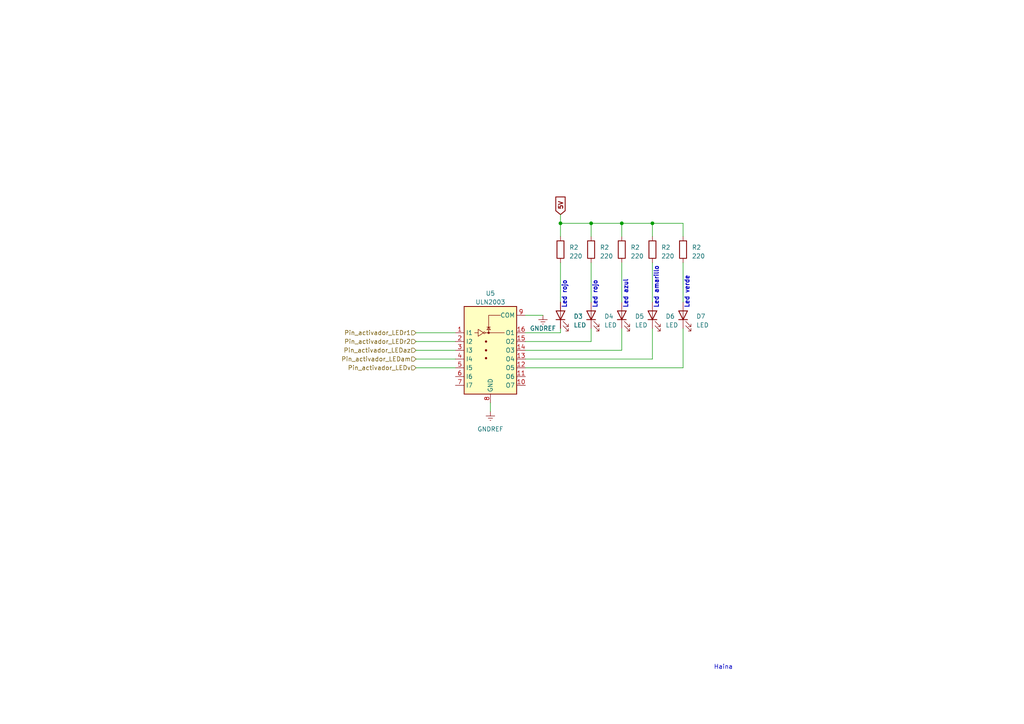
<source format=kicad_sch>
(kicad_sch (version 20230121) (generator eeschema)
  (paper "A4")
  (lib_symbols
    (symbol "Device:LED" (pin_numbers hide) (pin_names (offset 1.016) hide)
      (property "Reference" "D" (at 0 2.54 0))
      (property "Value" "LED" (at 0 -2.54 0))
      (symbol "LED_0_1"
        (polyline (pts (xy -1.27 -1.27) (xy -1.27 1.27)) (stroke (width 0.254)))
        (polyline (pts (xy -1.27 0) (xy 1.27 0)))
        (polyline (pts (xy 1.27 -1.27) (xy 1.27 1.27) (xy -1.27 0) (xy 1.27 -1.27)) (stroke (width 0.254)))
        (polyline (pts (xy -3.048 -0.762) (xy -4.572 -2.286) (xy -3.81 -2.286) (xy -4.572 -2.286) (xy -4.572 -1.524)))
        (polyline (pts (xy -1.778 -0.762) (xy -3.302 -2.286) (xy -2.54 -2.286) (xy -3.302 -2.286) (xy -3.302 -1.524)))
      )
      (symbol "LED_1_1"
        (pin passive line (at -3.81 0 0) (length 2.54) (name "K") (number "1"))
        (pin passive line (at 3.81 0 180) (length 2.54) (name "A") (number "2"))
      )
    )
    (symbol "Device:R" (pin_numbers hide) (pin_names (offset 0))
      (property "Reference" "R" (at 2.032 0 90))
      (property "Value" "R" (at 0 0 90))
      (symbol "R_0_1"
        (rectangle (start -1.016 -2.54) (end 1.016 2.54) (stroke (width 0.254)))
      )
      (symbol "R_1_1"
        (pin passive line (at 0 3.81 270) (length 1.27) (name "~") (number "1"))
        (pin passive line (at 0 -3.81 90) (length 1.27) (name "~") (number "2"))
      )
    )
    (symbol "Transistor_Array:ULN2003"
      (property "Reference" "U" (at 0 15.875 0))
      (property "Value" "ULN2003" (at 0 13.97 0))
      (symbol "ULN2003_0_1"
        (rectangle (start -7.62 -12.7) (end 7.62 12.7) (stroke (width 0.254)) (fill (type background)))
        (circle (center -1.778 5.08) (radius 0.254))
        (circle (center -1.27 -2.286) (radius 0.254) (fill (type outline)))
        (circle (center -1.27 0) (radius 0.254) (fill (type outline)))
        (circle (center -1.27 2.54) (radius 0.254) (fill (type outline)))
        (circle (center -0.508 5.08) (radius 0.254) (fill (type outline)))
        (polyline (pts (xy -4.572 5.08) (xy -3.556 5.08)))
        (polyline (pts (xy -1.524 5.08) (xy 4.064 5.08)))
        (polyline (pts (xy 0 6.731) (xy -1.016 6.731)))
        (polyline (pts (xy -0.508 5.08) (xy -0.508 10.16) (xy 2.921 10.16)))
        (polyline (pts (xy -3.556 6.096) (xy -3.556 4.064) (xy -2.032 5.08) (xy -3.556 6.096)))
        (polyline (pts (xy 0 5.969) (xy -1.016 5.969) (xy -0.508 6.731) (xy 0 5.969)))
      )
      (symbol "ULN2003_1_1"
        (pin input line (at -10.16 5.08 0) (length 2.54) (name "I1") (number "1"))
        (pin open_collector line (at 10.16 -10.16 180) (length 2.54) (name "O7") (number "10"))
        (pin open_collector line (at 10.16 -7.62 180) (length 2.54) (name "O6") (number "11"))
        (pin open_collector line (at 10.16 -5.08 180) (length 2.54) (name "O5") (number "12"))
        (pin open_collector line (at 10.16 -2.54 180) (length 2.54) (name "O4") (number "13"))
        (pin open_collector line (at 10.16 0 180) (length 2.54) (name "O3") (number "14"))
        (pin open_collector line (at 10.16 2.54 180) (length 2.54) (name "O2") (number "15"))
        (pin open_collector line (at 10.16 5.08 180) (length 2.54) (name "O1") (number "16"))
        (pin input line (at -10.16 2.54 0) (length 2.54) (name "I2") (number "2"))
        (pin input line (at -10.16 0 0) (length 2.54) (name "I3") (number "3"))
        (pin input line (at -10.16 -2.54 0) (length 2.54) (name "I4") (number "4"))
        (pin input line (at -10.16 -5.08 0) (length 2.54) (name "I5") (number "5"))
        (pin input line (at -10.16 -7.62 0) (length 2.54) (name "I6") (number "6"))
        (pin input line (at -10.16 -10.16 0) (length 2.54) (name "I7") (number "7"))
        (pin power_in line (at 0 -15.24 90) (length 2.54) (name "GND") (number "8"))
        (pin passive line (at 10.16 10.16 180) (length 2.54) (name "COM") (number "9"))
      )
    )
    (symbol "power:GNDREF" (power) (pin_names (offset 0))
      (property "Value" "GNDREF" (at 0 -3.81 0))
      (symbol "GNDREF_0_1"
        (polyline (pts (xy -0.635 -1.905) (xy 0.635 -1.905)))
        (polyline (pts (xy -0.127 -2.54) (xy 0.127 -2.54)))
        (polyline (pts (xy 0 -1.27) (xy 0 0)))
        (polyline (pts (xy 1.27 -1.27) (xy -1.27 -1.27)))
      )
      (symbol "GNDREF_1_1"
        (pin power_in line (at 0 0 270) (length 0) hide (name "GNDREF") (number "1"))
      )
    )
  )
  (junction (at 180.34 64.77))
  (junction (at 189.23 64.77))
  (junction (at 162.56 64.77))
  (junction (at 171.45 64.77))
  (wire (pts (xy 171.45 76.2) (xy 171.45 87.63)))
  (wire (pts (xy 189.23 104.14) (xy 152.4 104.14)))
  (wire (pts (xy 171.45 64.77) (xy 180.34 64.77)))
  (wire (pts (xy 198.12 95.25) (xy 198.12 106.68)))
  (wire (pts (xy 198.12 106.68) (xy 152.4 106.68)))
  (wire (pts (xy 120.65 96.52) (xy 132.08 96.52)))
  (wire (pts (xy 142.24 116.84) (xy 142.24 119.38)))
  (wire (pts (xy 171.45 64.77) (xy 171.45 68.58)))
  (wire (pts (xy 180.34 76.2) (xy 180.34 87.63)))
  (wire (pts (xy 189.23 64.77) (xy 198.12 64.77)))
  (wire (pts (xy 180.34 64.77) (xy 180.34 68.58)))
  (wire (pts (xy 171.45 95.25) (xy 171.45 99.06)))
  (wire (pts (xy 152.4 96.52) (xy 162.56 96.52)))
  (wire (pts (xy 189.23 64.77) (xy 189.23 68.58)))
  (wire (pts (xy 120.65 104.14) (xy 132.08 104.14)))
  (wire (pts (xy 189.23 76.2) (xy 189.23 87.63)))
  (wire (pts (xy 162.56 64.77) (xy 162.56 68.58)))
  (wire (pts (xy 180.34 95.25) (xy 180.34 101.6)))
  (wire (pts (xy 152.4 91.44) (xy 157.48 91.44)))
  (wire (pts (xy 120.65 99.06) (xy 132.08 99.06)))
  (wire (pts (xy 171.45 99.06) (xy 152.4 99.06)))
  (wire (pts (xy 198.12 64.77) (xy 198.12 68.58)))
  (wire (pts (xy 162.56 76.2) (xy 162.56 87.63)))
  (wire (pts (xy 162.56 64.77) (xy 171.45 64.77)))
  (wire (pts (xy 162.56 62.23) (xy 162.56 64.77)))
  (wire (pts (xy 198.12 76.2) (xy 198.12 87.63)))
  (wire (pts (xy 162.56 95.25) (xy 162.56 96.52)))
  (wire (pts (xy 120.65 101.6) (xy 132.08 101.6)))
  (wire (pts (xy 180.34 101.6) (xy 152.4 101.6)))
  (wire (pts (xy 120.65 106.68) (xy 132.08 106.68)))
  (wire (pts (xy 180.34 64.77) (xy 189.23 64.77)))
  (wire (pts (xy 189.23 95.25) (xy 189.23 104.14)))
  (text "Led rojo" (at 173.355 89.535 90) (effects (font (size 1.27 1.27) bold) (justify left bottom)))
  (text "Haina" (at 207.01 194.31 0) (effects (font (size 1.27 1.27)) (justify left bottom)))
  (text "Led rojo" (at 164.465 89.535 90) (effects (font (size 1.27 1.27) bold) (justify left bottom)))
  (text "Led azul" (at 182.245 89.535 90) (effects (font (size 1.27 1.27) bold) (justify left bottom)))
  (text "Led amarillo\n" (at 191.135 89.535 90) (effects (font (size 1.27 1.27) bold) (justify left bottom)))
  (text "Led verde" (at 200.025 89.535 90) (effects (font (size 1.27 1.27) bold) (justify left bottom)))
  (global_label "5V" (shape input) (at 162.56 62.23 90) (effects (font bold)) (property "Intersheetrefs" "${INTERSHEET_REFS}" (effects hide)))
  (hierarchical_label "Pin_activador_LEDv" (shape input) (at 120.65 106.68 180))
  (hierarchical_label "Pin_activador_LEDr2" (shape input) (at 120.65 99.06 180))
  (hierarchical_label "Pin_activador_LEDr1" (shape input) (at 120.65 96.52 180))
  (hierarchical_label "Pin_activador_LEDam" (shape input) (at 120.65 104.14 180))
  (hierarchical_label "Pin_activador_LEDaz" (shape input) (at 120.65 101.6 180))
  (symbol (lib_id "Device:R") (at 162.56 72.39 0) (unit 1)
    (property "Reference" "R2" (at 165.1 71.755 0) (effects (justify left)))
    (property "Value" "220" (at 165.1 74.295 0) (effects (justify left)))
    (property "Footprint" "Resistor_SMD:R_0603_1608Metric" (effects hide))
    (instances (project "KISS_V2" (path "" (reference "R2") (unit 1)) (path "" (reference "R6") (unit 1))))
  )
  (symbol (lib_id "Device:LED") (at 162.56 91.44 90) (unit 1)
    (property "Reference" "D3" (at 166.37 91.7574 90) (effects (justify right)))
    (property "Value" "LED" (at 166.37 94.2974 90) (effects (justify right)))
    (property "Footprint" "LED_SMD:LED_1206_3216Metric" (effects hide))
    (instances (project "KISS_V2" (path "" (reference "D3") (unit 1))) (project "driver" (path "" (reference "D?") (unit 1))))
  )
  (symbol (lib_id "Device:LED") (at 180.34 91.44 90) (unit 1)
    (property "Reference" "D5" (at 184.15 91.7574 90) (effects (justify right)))
    (property "Value" "LED" (at 184.15 94.2974 90) (effects (justify right)))
    (property "Footprint" "LED_SMD:LED_1206_3216Metric" (effects hide))
    (instances (project "KISS_V2" (path "" (reference "D5") (unit 1))) (project "driver" (path "" (reference "D?") (unit 1))))
  )
  (symbol (lib_id "power:GNDREF") (at 142.24 119.38 0) (unit 1)
    (property "Reference" "#PWR09" (effects hide))
    (property "Value" "GNDREF" (at 138.43 124.46 0) (effects (justify left)))
    (instances (project "KISS_V2" (path "" (reference "#PWR09") (unit 1))) (project "driver" (path "" (reference "#PWR?") (unit 1))))
  )
  (symbol (lib_id "Device:LED") (at 198.12 91.44 90) (unit 1)
    (property "Reference" "D7" (at 201.93 91.7574 90) (effects (justify right)))
    (property "Value" "LED" (at 201.93 94.2974 90) (effects (justify right)))
    (property "Footprint" "LED_SMD:LED_1206_3216Metric" (effects hide))
    (instances (project "KISS_V2" (path "" (reference "D7") (unit 1))) (project "driver" (path "" (reference "D?") (unit 1))))
  )
  (symbol (lib_id "Device:R") (at 180.34 72.39 0) (unit 1)
    (property "Reference" "R2" (at 182.88 71.755 0) (effects (justify left)))
    (property "Value" "220" (at 182.88 74.295 0) (effects (justify left)))
    (property "Footprint" "Resistor_SMD:R_0603_1608Metric" (effects hide))
    (instances (project "KISS_V2" (path "" (reference "R2") (unit 1)) (path "" (reference "R8") (unit 1))))
  )
  (symbol (lib_id "Device:R") (at 189.23 72.39 0) (unit 1)
    (property "Reference" "R2" (at 191.77 71.755 0) (effects (justify left)))
    (property "Value" "220" (at 191.77 74.295 0) (effects (justify left)))
    (property "Footprint" "Resistor_SMD:R_0603_1608Metric" (effects hide))
    (instances (project "KISS_V2" (path "" (reference "R2") (unit 1)) (path "" (reference "R9") (unit 1))))
  )
  (symbol (lib_id "Device:R") (at 198.12 72.39 0) (unit 1)
    (property "Reference" "R2" (at 200.66 71.755 0) (effects (justify left)))
    (property "Value" "220" (at 200.66 74.295 0) (effects (justify left)))
    (property "Footprint" "Resistor_SMD:R_0603_1608Metric" (effects hide))
    (instances (project "KISS_V2" (path "" (reference "R2") (unit 1)) (path "" (reference "R10") (unit 1))))
  )
  (symbol (lib_id "Device:R") (at 171.45 72.39 0) (unit 1)
    (property "Reference" "R2" (at 173.99 71.755 0) (effects (justify left)))
    (property "Value" "220" (at 173.99 74.295 0) (effects (justify left)))
    (property "Footprint" "Resistor_SMD:R_0603_1608Metric" (effects hide))
    (instances (project "KISS_V2" (path "" (reference "R2") (unit 1)) (path "" (reference "R7") (unit 1))))
  )
  (symbol (lib_id "Transistor_Array:ULN2003") (at 142.24 101.6 0) (unit 1)
    (property "Reference" "U5" (at 142.24 85.09 0))
    (property "Value" "ULN2003" (at 142.24 87.63 0))
    (property "Footprint" "Package_SO:SOIC-16_4.55x10.3mm_P1.27mm" (effects hide))
    (property "Datasheet" "http://www.ti.com/lit/ds/symlink/uln2003a.pdf" (effects hide))
  )
  (symbol (lib_id "Device:LED") (at 171.45 91.44 90) (unit 1)
    (property "Reference" "D4" (at 175.26 91.7574 90) (effects (justify right)))
    (property "Value" "LED" (at 175.26 94.2974 90) (effects (justify right)))
    (property "Footprint" "LED_SMD:LED_1206_3216Metric" (effects hide))
    (instances (project "KISS_V2" (path "" (reference "D4") (unit 1))) (project "driver" (path "" (reference "D?") (unit 1))))
  )
  (symbol (lib_id "Device:LED") (at 189.23 91.44 90) (unit 1)
    (property "Reference" "D6" (at 193.04 91.7574 90) (effects (justify right)))
    (property "Value" "LED" (at 193.04 94.2974 90) (effects (justify right)))
    (property "Footprint" "LED_SMD:LED_1206_3216Metric" (effects hide))
    (instances (project "KISS_V2" (path "" (reference "D6") (unit 1))) (project "driver" (path "" (reference "D?") (unit 1))))
  )
  (symbol (lib_id "power:GNDREF") (at 157.48 91.44 0) (unit 1)
    (property "Reference" "#PWR010" (effects hide))
    (property "Value" "GNDREF" (at 153.67 95.25 0) (effects (justify left)))
    (instances (project "KISS_V2" (path "" (reference "#PWR010") (unit 1))) (project "driver" (path "" (reference "#PWR?") (unit 1))))
  )
)
</source>
